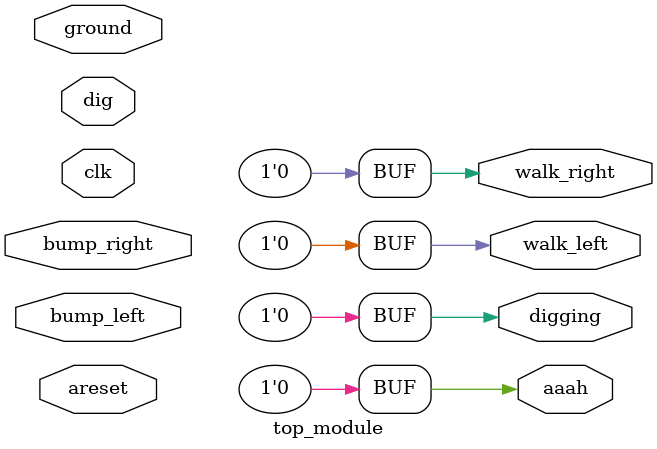
<source format=sv>
module top_module (
	input clk,
	input areset,
	input bump_left,
	input bump_right,
	input ground,
	input dig,
	output walk_left,
	output walk_right,
	output aaah,
	output digging
);
	// State declaration
	reg [1:0] state;
	
	// Output declaration
	reg walk_left;
	reg walk_right;
	reg aaah;
	reg digging;
	
	// Default values
	assign walk_left = 1'b0;
	assign walk_right = 1'b0;
	assign aaah = 1'b0;
	assign digging = 1'b0;
	
	// Next state logic and output logic
	always @(posedge clk or posedge areset) begin
		if (areset) begin
			state <= 2'b01; // Walking left
		end else begin
			case (state)
				2'b00: begin // Walking right
					if (bump_left && !bump_right) begin
						state <= 2'b01; // Switch to walking left
					end else if (!bump_left && bump_right) begin
						state <= 2'b00; // Continue walking right
					end else if (ground) begin
						state <= 2'b00; // Continue walking right
					end else begin
						state <= 2'b10; // Falling
					end
				end
				
				2'b01: begin // Walking left
					if (bump_left && !bump_right) begin
						state <= 2'b00; // Continue walking left
					end else if (!bump_left && bump_right) begin
						state <= 2'b01; // Continue walking left
					end else if (ground) begin
						state <= 2'b01; // Continue walking left
					end else begin
						state <= 2'b10; // Falling
					end
				end
				
				default: begin // Falling
					if (ground) begin
						if (state == 2'b10) begin
							if (walk_left) begin
								state <= 2'b01; // Falling left - change to walking left
							end else begin
								state <= 2'b00; // Falling right - change to walking right
							end
						end else begin
							state <= 2'b00; // Continue walking left
						end
					end else begin
						state <= 2'b10; // Continue falling
					end
				end
			endcase
		end
	end
	
	// Output assignments
	always @(state, bump_left, bump_right, ground, dig) begin
		walk_left = (state == 2'b01);
		walk_right = (state == 2'b00);
		aaah = (state == 2'b10);
		digging = ((state == 2'b01) || (state == 2'b00)) && (ground && !dig);
	end
endmodule

</source>
